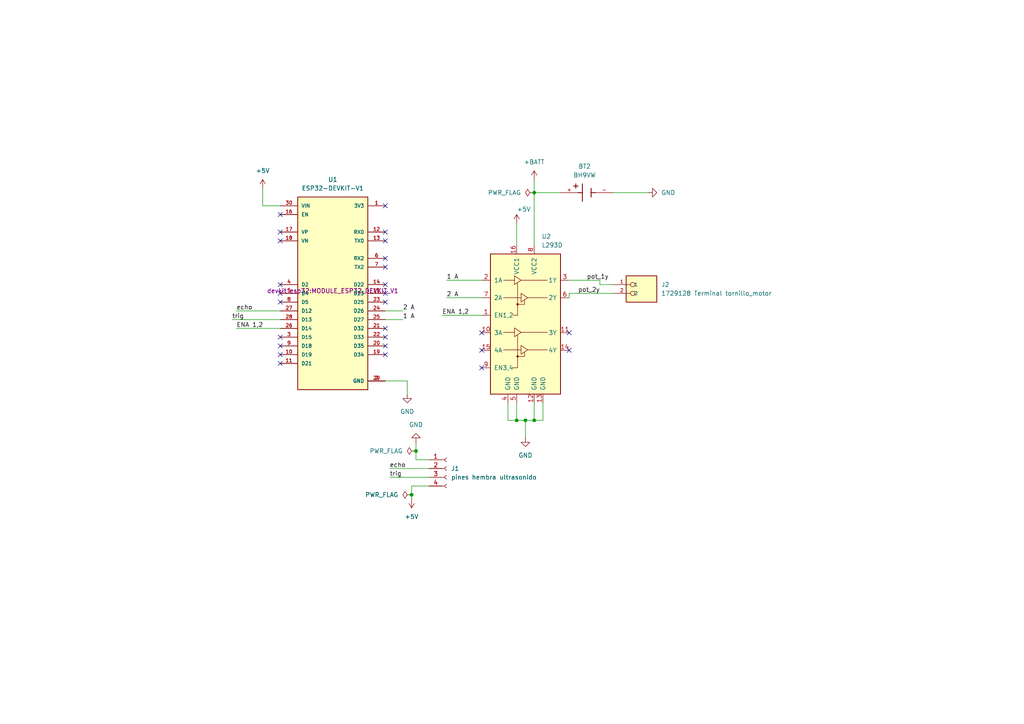
<source format=kicad_sch>
(kicad_sch
	(version 20250114)
	(generator "eeschema")
	(generator_version "9.0")
	(uuid "7971ed64-c6b3-4089-9216-16c48e7444f9")
	(paper "A4")
	(lib_symbols
		(symbol "Connector:Conn_01x04_Socket"
			(pin_names
				(offset 1.016)
				(hide yes)
			)
			(exclude_from_sim no)
			(in_bom yes)
			(on_board yes)
			(property "Reference" "J"
				(at 0 5.08 0)
				(effects
					(font
						(size 1.27 1.27)
					)
				)
			)
			(property "Value" "Conn_01x04_Socket"
				(at 0 -7.62 0)
				(effects
					(font
						(size 1.27 1.27)
					)
				)
			)
			(property "Footprint" ""
				(at 0 0 0)
				(effects
					(font
						(size 1.27 1.27)
					)
					(hide yes)
				)
			)
			(property "Datasheet" "~"
				(at 0 0 0)
				(effects
					(font
						(size 1.27 1.27)
					)
					(hide yes)
				)
			)
			(property "Description" "Generic connector, single row, 01x04, script generated"
				(at 0 0 0)
				(effects
					(font
						(size 1.27 1.27)
					)
					(hide yes)
				)
			)
			(property "ki_locked" ""
				(at 0 0 0)
				(effects
					(font
						(size 1.27 1.27)
					)
				)
			)
			(property "ki_keywords" "connector"
				(at 0 0 0)
				(effects
					(font
						(size 1.27 1.27)
					)
					(hide yes)
				)
			)
			(property "ki_fp_filters" "Connector*:*_1x??_*"
				(at 0 0 0)
				(effects
					(font
						(size 1.27 1.27)
					)
					(hide yes)
				)
			)
			(symbol "Conn_01x04_Socket_1_1"
				(polyline
					(pts
						(xy -1.27 2.54) (xy -0.508 2.54)
					)
					(stroke
						(width 0.1524)
						(type default)
					)
					(fill
						(type none)
					)
				)
				(polyline
					(pts
						(xy -1.27 0) (xy -0.508 0)
					)
					(stroke
						(width 0.1524)
						(type default)
					)
					(fill
						(type none)
					)
				)
				(polyline
					(pts
						(xy -1.27 -2.54) (xy -0.508 -2.54)
					)
					(stroke
						(width 0.1524)
						(type default)
					)
					(fill
						(type none)
					)
				)
				(polyline
					(pts
						(xy -1.27 -5.08) (xy -0.508 -5.08)
					)
					(stroke
						(width 0.1524)
						(type default)
					)
					(fill
						(type none)
					)
				)
				(arc
					(start 0 2.032)
					(mid -0.5058 2.54)
					(end 0 3.048)
					(stroke
						(width 0.1524)
						(type default)
					)
					(fill
						(type none)
					)
				)
				(arc
					(start 0 -0.508)
					(mid -0.5058 0)
					(end 0 0.508)
					(stroke
						(width 0.1524)
						(type default)
					)
					(fill
						(type none)
					)
				)
				(arc
					(start 0 -3.048)
					(mid -0.5058 -2.54)
					(end 0 -2.032)
					(stroke
						(width 0.1524)
						(type default)
					)
					(fill
						(type none)
					)
				)
				(arc
					(start 0 -5.588)
					(mid -0.5058 -5.08)
					(end 0 -4.572)
					(stroke
						(width 0.1524)
						(type default)
					)
					(fill
						(type none)
					)
				)
				(pin passive line
					(at -5.08 2.54 0)
					(length 3.81)
					(name "Pin_1"
						(effects
							(font
								(size 1.27 1.27)
							)
						)
					)
					(number "1"
						(effects
							(font
								(size 1.27 1.27)
							)
						)
					)
				)
				(pin passive line
					(at -5.08 0 0)
					(length 3.81)
					(name "Pin_2"
						(effects
							(font
								(size 1.27 1.27)
							)
						)
					)
					(number "2"
						(effects
							(font
								(size 1.27 1.27)
							)
						)
					)
				)
				(pin passive line
					(at -5.08 -2.54 0)
					(length 3.81)
					(name "Pin_3"
						(effects
							(font
								(size 1.27 1.27)
							)
						)
					)
					(number "3"
						(effects
							(font
								(size 1.27 1.27)
							)
						)
					)
				)
				(pin passive line
					(at -5.08 -5.08 0)
					(length 3.81)
					(name "Pin_4"
						(effects
							(font
								(size 1.27 1.27)
							)
						)
					)
					(number "4"
						(effects
							(font
								(size 1.27 1.27)
							)
						)
					)
				)
			)
			(embedded_fonts no)
		)
		(symbol "Driver_Motor:L293D"
			(pin_names
				(offset 1.016)
			)
			(exclude_from_sim no)
			(in_bom yes)
			(on_board yes)
			(property "Reference" "U"
				(at -5.08 26.035 0)
				(effects
					(font
						(size 1.27 1.27)
					)
					(justify right)
				)
			)
			(property "Value" "L293D"
				(at -5.08 24.13 0)
				(effects
					(font
						(size 1.27 1.27)
					)
					(justify right)
				)
			)
			(property "Footprint" "Package_DIP:DIP-16_W7.62mm"
				(at 6.35 -19.05 0)
				(effects
					(font
						(size 1.27 1.27)
					)
					(justify left)
					(hide yes)
				)
			)
			(property "Datasheet" "http://www.ti.com/lit/ds/symlink/l293.pdf"
				(at -7.62 17.78 0)
				(effects
					(font
						(size 1.27 1.27)
					)
					(hide yes)
				)
			)
			(property "Description" "Quadruple Half-H Drivers"
				(at 0 0 0)
				(effects
					(font
						(size 1.27 1.27)
					)
					(hide yes)
				)
			)
			(property "ki_keywords" "Half-H Driver Motor"
				(at 0 0 0)
				(effects
					(font
						(size 1.27 1.27)
					)
					(hide yes)
				)
			)
			(property "ki_fp_filters" "DIP*W7.62mm*"
				(at 0 0 0)
				(effects
					(font
						(size 1.27 1.27)
					)
					(hide yes)
				)
			)
			(symbol "L293D_0_1"
				(rectangle
					(start -10.16 22.86)
					(end 10.16 -17.78)
					(stroke
						(width 0.254)
						(type default)
					)
					(fill
						(type background)
					)
				)
				(polyline
					(pts
						(xy -6.35 15.24) (xy -3.175 15.24)
					)
					(stroke
						(width 0)
						(type default)
					)
					(fill
						(type none)
					)
				)
				(polyline
					(pts
						(xy -6.35 10.16) (xy -1.27 10.16)
					)
					(stroke
						(width 0)
						(type default)
					)
					(fill
						(type none)
					)
				)
				(polyline
					(pts
						(xy -6.35 0.127) (xy -3.175 0.127)
					)
					(stroke
						(width 0)
						(type default)
					)
					(fill
						(type none)
					)
				)
				(polyline
					(pts
						(xy -6.35 -4.953) (xy -1.27 -4.953)
					)
					(stroke
						(width 0)
						(type default)
					)
					(fill
						(type none)
					)
				)
				(polyline
					(pts
						(xy -3.175 16.51) (xy -3.175 13.97) (xy -1.27 15.24) (xy -3.175 16.51)
					)
					(stroke
						(width 0)
						(type default)
					)
					(fill
						(type none)
					)
				)
				(polyline
					(pts
						(xy -3.175 1.397) (xy -3.175 -1.143) (xy -1.27 0.127) (xy -3.175 1.397)
					)
					(stroke
						(width 0)
						(type default)
					)
					(fill
						(type none)
					)
				)
				(polyline
					(pts
						(xy -2.286 14.478) (xy -2.286 5.08) (xy -3.556 5.08)
					)
					(stroke
						(width 0)
						(type default)
					)
					(fill
						(type none)
					)
				)
				(circle
					(center -2.286 8.255)
					(radius 0.254)
					(stroke
						(width 0)
						(type default)
					)
					(fill
						(type outline)
					)
				)
				(polyline
					(pts
						(xy -2.286 8.255) (xy -0.254 8.255) (xy -0.254 9.525)
					)
					(stroke
						(width 0)
						(type default)
					)
					(fill
						(type none)
					)
				)
				(polyline
					(pts
						(xy -2.286 -0.635) (xy -2.286 -10.16) (xy -3.556 -10.16)
					)
					(stroke
						(width 0)
						(type default)
					)
					(fill
						(type none)
					)
				)
				(circle
					(center -2.286 -6.858)
					(radius 0.254)
					(stroke
						(width 0)
						(type default)
					)
					(fill
						(type outline)
					)
				)
				(polyline
					(pts
						(xy -2.286 -6.858) (xy -0.254 -6.858) (xy -0.254 -5.588)
					)
					(stroke
						(width 0)
						(type default)
					)
					(fill
						(type none)
					)
				)
				(polyline
					(pts
						(xy -1.27 15.24) (xy 6.35 15.24)
					)
					(stroke
						(width 0)
						(type default)
					)
					(fill
						(type none)
					)
				)
				(polyline
					(pts
						(xy -1.27 11.43) (xy -1.27 8.89) (xy 0.635 10.16) (xy -1.27 11.43)
					)
					(stroke
						(width 0)
						(type default)
					)
					(fill
						(type none)
					)
				)
				(polyline
					(pts
						(xy -1.27 0.127) (xy 6.35 0.127)
					)
					(stroke
						(width 0)
						(type default)
					)
					(fill
						(type none)
					)
				)
				(polyline
					(pts
						(xy -1.27 -3.683) (xy -1.27 -6.223) (xy 0.635 -4.953) (xy -1.27 -3.683)
					)
					(stroke
						(width 0)
						(type default)
					)
					(fill
						(type none)
					)
				)
				(polyline
					(pts
						(xy 0.635 10.16) (xy 6.35 10.16)
					)
					(stroke
						(width 0)
						(type default)
					)
					(fill
						(type none)
					)
				)
				(polyline
					(pts
						(xy 0.635 -4.953) (xy 6.35 -4.953)
					)
					(stroke
						(width 0)
						(type default)
					)
					(fill
						(type none)
					)
				)
			)
			(symbol "L293D_1_1"
				(pin input line
					(at -12.7 15.24 0)
					(length 2.54)
					(name "1A"
						(effects
							(font
								(size 1.27 1.27)
							)
						)
					)
					(number "2"
						(effects
							(font
								(size 1.27 1.27)
							)
						)
					)
				)
				(pin input line
					(at -12.7 10.16 0)
					(length 2.54)
					(name "2A"
						(effects
							(font
								(size 1.27 1.27)
							)
						)
					)
					(number "7"
						(effects
							(font
								(size 1.27 1.27)
							)
						)
					)
				)
				(pin input line
					(at -12.7 5.08 0)
					(length 2.54)
					(name "EN1,2"
						(effects
							(font
								(size 1.27 1.27)
							)
						)
					)
					(number "1"
						(effects
							(font
								(size 1.27 1.27)
							)
						)
					)
				)
				(pin input line
					(at -12.7 0 0)
					(length 2.54)
					(name "3A"
						(effects
							(font
								(size 1.27 1.27)
							)
						)
					)
					(number "10"
						(effects
							(font
								(size 1.27 1.27)
							)
						)
					)
				)
				(pin input line
					(at -12.7 -5.08 0)
					(length 2.54)
					(name "4A"
						(effects
							(font
								(size 1.27 1.27)
							)
						)
					)
					(number "15"
						(effects
							(font
								(size 1.27 1.27)
							)
						)
					)
				)
				(pin input line
					(at -12.7 -10.16 0)
					(length 2.54)
					(name "EN3,4"
						(effects
							(font
								(size 1.27 1.27)
							)
						)
					)
					(number "9"
						(effects
							(font
								(size 1.27 1.27)
							)
						)
					)
				)
				(pin power_in line
					(at -5.08 -20.32 90)
					(length 2.54)
					(name "GND"
						(effects
							(font
								(size 1.27 1.27)
							)
						)
					)
					(number "4"
						(effects
							(font
								(size 1.27 1.27)
							)
						)
					)
				)
				(pin power_in line
					(at -2.54 25.4 270)
					(length 2.54)
					(name "VCC1"
						(effects
							(font
								(size 1.27 1.27)
							)
						)
					)
					(number "16"
						(effects
							(font
								(size 1.27 1.27)
							)
						)
					)
				)
				(pin power_in line
					(at -2.54 -20.32 90)
					(length 2.54)
					(name "GND"
						(effects
							(font
								(size 1.27 1.27)
							)
						)
					)
					(number "5"
						(effects
							(font
								(size 1.27 1.27)
							)
						)
					)
				)
				(pin power_in line
					(at 2.54 25.4 270)
					(length 2.54)
					(name "VCC2"
						(effects
							(font
								(size 1.27 1.27)
							)
						)
					)
					(number "8"
						(effects
							(font
								(size 1.27 1.27)
							)
						)
					)
				)
				(pin power_in line
					(at 2.54 -20.32 90)
					(length 2.54)
					(name "GND"
						(effects
							(font
								(size 1.27 1.27)
							)
						)
					)
					(number "12"
						(effects
							(font
								(size 1.27 1.27)
							)
						)
					)
				)
				(pin power_in line
					(at 5.08 -20.32 90)
					(length 2.54)
					(name "GND"
						(effects
							(font
								(size 1.27 1.27)
							)
						)
					)
					(number "13"
						(effects
							(font
								(size 1.27 1.27)
							)
						)
					)
				)
				(pin output line
					(at 12.7 15.24 180)
					(length 2.54)
					(name "1Y"
						(effects
							(font
								(size 1.27 1.27)
							)
						)
					)
					(number "3"
						(effects
							(font
								(size 1.27 1.27)
							)
						)
					)
				)
				(pin output line
					(at 12.7 10.16 180)
					(length 2.54)
					(name "2Y"
						(effects
							(font
								(size 1.27 1.27)
							)
						)
					)
					(number "6"
						(effects
							(font
								(size 1.27 1.27)
							)
						)
					)
				)
				(pin output line
					(at 12.7 0 180)
					(length 2.54)
					(name "3Y"
						(effects
							(font
								(size 1.27 1.27)
							)
						)
					)
					(number "11"
						(effects
							(font
								(size 1.27 1.27)
							)
						)
					)
				)
				(pin output line
					(at 12.7 -5.08 180)
					(length 2.54)
					(name "4Y"
						(effects
							(font
								(size 1.27 1.27)
							)
						)
					)
					(number "14"
						(effects
							(font
								(size 1.27 1.27)
							)
						)
					)
				)
			)
			(embedded_fonts no)
		)
		(symbol "devkit_bh9v:BH9VW"
			(pin_names
				(offset 1.016)
			)
			(exclude_from_sim no)
			(in_bom yes)
			(on_board yes)
			(property "Reference" "BT"
				(at -3.81 3.81 0)
				(effects
					(font
						(size 1.27 1.27)
					)
					(justify left bottom)
				)
			)
			(property "Value" "BH9VW"
				(at -3.81 -5.08 0)
				(effects
					(font
						(size 1.27 1.27)
					)
					(justify left bottom)
				)
			)
			(property "Footprint" "BH9VW:BAT_BH9VW"
				(at 0 0 0)
				(effects
					(font
						(size 1.27 1.27)
					)
					(justify bottom)
					(hide yes)
				)
			)
			(property "Datasheet" ""
				(at 0 0 0)
				(effects
					(font
						(size 1.27 1.27)
					)
					(hide yes)
				)
			)
			(property "Description" ""
				(at 0 0 0)
				(effects
					(font
						(size 1.27 1.27)
					)
					(hide yes)
				)
			)
			(property "MF" "MPD (Memory Protection Devices)"
				(at 0 0 0)
				(effects
					(font
						(size 1.27 1.27)
					)
					(justify bottom)
					(hide yes)
				)
			)
			(property "MAXIMUM_PACKAGE_HEIGHT" "20.62mm"
				(at 0 0 0)
				(effects
					(font
						(size 1.27 1.27)
					)
					(justify bottom)
					(hide yes)
				)
			)
			(property "Package" "TSSOP-16 MPD"
				(at 0 0 0)
				(effects
					(font
						(size 1.27 1.27)
					)
					(justify bottom)
					(hide yes)
				)
			)
			(property "Price" "None"
				(at 0 0 0)
				(effects
					(font
						(size 1.27 1.27)
					)
					(justify bottom)
					(hide yes)
				)
			)
			(property "Check_prices" "https://www.snapeda.com/parts/BH9VW/MPD/view-part/?ref=eda"
				(at 0 0 0)
				(effects
					(font
						(size 1.27 1.27)
					)
					(justify bottom)
					(hide yes)
				)
			)
			(property "STANDARD" "Manufacturer Recommendations"
				(at 0 0 0)
				(effects
					(font
						(size 1.27 1.27)
					)
					(justify bottom)
					(hide yes)
				)
			)
			(property "PARTREV" "D"
				(at 0 0 0)
				(effects
					(font
						(size 1.27 1.27)
					)
					(justify bottom)
					(hide yes)
				)
			)
			(property "SnapEDA_Link" "https://www.snapeda.com/parts/BH9VW/MPD/view-part/?ref=snap"
				(at 0 0 0)
				(effects
					(font
						(size 1.27 1.27)
					)
					(justify bottom)
					(hide yes)
				)
			)
			(property "MP" "BH9VW"
				(at 0 0 0)
				(effects
					(font
						(size 1.27 1.27)
					)
					(justify bottom)
					(hide yes)
				)
			)
			(property "Description_1" "Battery Holder (Open) 9V 1 Cell Wire Leads - 6 (152.4mm)"
				(at 0 0 0)
				(effects
					(font
						(size 1.27 1.27)
					)
					(justify bottom)
					(hide yes)
				)
			)
			(property "Availability" "In Stock"
				(at 0 0 0)
				(effects
					(font
						(size 1.27 1.27)
					)
					(justify bottom)
					(hide yes)
				)
			)
			(property "MANUFACTURER" "MPD"
				(at 0 0 0)
				(effects
					(font
						(size 1.27 1.27)
					)
					(justify bottom)
					(hide yes)
				)
			)
			(symbol "BH9VW_0_0"
				(polyline
					(pts
						(xy -3.81 1.905) (xy -2.54 1.905)
					)
					(stroke
						(width 0.254)
						(type default)
					)
					(fill
						(type none)
					)
				)
				(polyline
					(pts
						(xy -3.175 2.54) (xy -3.175 1.27)
					)
					(stroke
						(width 0.254)
						(type default)
					)
					(fill
						(type none)
					)
				)
				(polyline
					(pts
						(xy -1.27 2.54) (xy -1.27 0)
					)
					(stroke
						(width 0.254)
						(type default)
					)
					(fill
						(type none)
					)
				)
				(polyline
					(pts
						(xy -1.27 0) (xy -2.54 0)
					)
					(stroke
						(width 0.254)
						(type default)
					)
					(fill
						(type none)
					)
				)
				(polyline
					(pts
						(xy -1.27 0) (xy -1.27 -2.54)
					)
					(stroke
						(width 0.254)
						(type default)
					)
					(fill
						(type none)
					)
				)
				(polyline
					(pts
						(xy 1.27 1.27) (xy 1.27 0)
					)
					(stroke
						(width 0.254)
						(type default)
					)
					(fill
						(type none)
					)
				)
				(polyline
					(pts
						(xy 1.27 0) (xy 1.27 -1.27)
					)
					(stroke
						(width 0.254)
						(type default)
					)
					(fill
						(type none)
					)
				)
				(polyline
					(pts
						(xy 1.27 0) (xy 2.54 0)
					)
					(stroke
						(width 0.254)
						(type default)
					)
					(fill
						(type none)
					)
				)
				(pin passive line
					(at -7.62 0 0)
					(length 5.08)
					(name "~"
						(effects
							(font
								(size 1.016 1.016)
							)
						)
					)
					(number "+"
						(effects
							(font
								(size 1.016 1.016)
							)
						)
					)
				)
				(pin passive line
					(at 7.62 0 180)
					(length 5.08)
					(name "~"
						(effects
							(font
								(size 1.016 1.016)
							)
						)
					)
					(number "-"
						(effects
							(font
								(size 1.016 1.016)
							)
						)
					)
				)
			)
			(embedded_fonts no)
		)
		(symbol "devkit_esp32:ESP32-DEVKIT-V1"
			(pin_names
				(offset 1.016)
			)
			(exclude_from_sim no)
			(in_bom yes)
			(on_board yes)
			(property "Reference" "U"
				(at -10.16 30.48 0)
				(effects
					(font
						(size 1.27 1.27)
					)
					(justify left top)
				)
			)
			(property "Value" "ESP32-DEVKIT-V1"
				(at -10.16 -30.48 0)
				(effects
					(font
						(size 1.27 1.27)
					)
					(justify left bottom)
				)
			)
			(property "Footprint" "ESP32-DEVKIT-V1:MODULE_ESP32_DEVKIT_V1"
				(at 0 0 0)
				(effects
					(font
						(size 1.27 1.27)
					)
					(justify bottom)
					(hide yes)
				)
			)
			(property "Datasheet" ""
				(at 0 0 0)
				(effects
					(font
						(size 1.27 1.27)
					)
					(hide yes)
				)
			)
			(property "Description" ""
				(at 0 0 0)
				(effects
					(font
						(size 1.27 1.27)
					)
					(hide yes)
				)
			)
			(property "MF" "Do it"
				(at 0 0 0)
				(effects
					(font
						(size 1.27 1.27)
					)
					(justify bottom)
					(hide yes)
				)
			)
			(property "MAXIMUM_PACKAGE_HEIGHT" "6.8 mm"
				(at 0 0 0)
				(effects
					(font
						(size 1.27 1.27)
					)
					(justify bottom)
					(hide yes)
				)
			)
			(property "Package" "None"
				(at 0 0 0)
				(effects
					(font
						(size 1.27 1.27)
					)
					(justify bottom)
					(hide yes)
				)
			)
			(property "Price" "None"
				(at 0 0 0)
				(effects
					(font
						(size 1.27 1.27)
					)
					(justify bottom)
					(hide yes)
				)
			)
			(property "Check_prices" "https://www.snapeda.com/parts/ESP32-DEVKIT-V1/Do+it/view-part/?ref=eda"
				(at 0 0 0)
				(effects
					(font
						(size 1.27 1.27)
					)
					(justify bottom)
					(hide yes)
				)
			)
			(property "STANDARD" "Manufacturer Recommendations"
				(at 0 0 0)
				(effects
					(font
						(size 1.27 1.27)
					)
					(justify bottom)
					(hide yes)
				)
			)
			(property "PARTREV" "N/A"
				(at 0 0 0)
				(effects
					(font
						(size 1.27 1.27)
					)
					(justify bottom)
					(hide yes)
				)
			)
			(property "SnapEDA_Link" "https://www.snapeda.com/parts/ESP32-DEVKIT-V1/Do+it/view-part/?ref=snap"
				(at 0 0 0)
				(effects
					(font
						(size 1.27 1.27)
					)
					(justify bottom)
					(hide yes)
				)
			)
			(property "MP" "ESP32-DEVKIT-V1"
				(at 0 0 0)
				(effects
					(font
						(size 1.27 1.27)
					)
					(justify bottom)
					(hide yes)
				)
			)
			(property "Description_1" "Dual core, Wi-Fi: 2.4 GHz up to 150 Mbits/s,BLE (Bluetooth Low Energy) and legacy Bluetooth, 32 bits, Up to 240 MHz"
				(at 0 0 0)
				(effects
					(font
						(size 1.27 1.27)
					)
					(justify bottom)
					(hide yes)
				)
			)
			(property "Availability" "Not in stock"
				(at 0 0 0)
				(effects
					(font
						(size 1.27 1.27)
					)
					(justify bottom)
					(hide yes)
				)
			)
			(property "MANUFACTURER" "DOIT"
				(at 0 0 0)
				(effects
					(font
						(size 1.27 1.27)
					)
					(justify bottom)
					(hide yes)
				)
			)
			(symbol "ESP32-DEVKIT-V1_0_0"
				(rectangle
					(start -10.16 -27.94)
					(end 10.16 27.94)
					(stroke
						(width 0.254)
						(type default)
					)
					(fill
						(type background)
					)
				)
				(pin input line
					(at -15.24 25.4 0)
					(length 5.08)
					(name "VIN"
						(effects
							(font
								(size 1.016 1.016)
							)
						)
					)
					(number "30"
						(effects
							(font
								(size 1.016 1.016)
							)
						)
					)
				)
				(pin input line
					(at -15.24 22.86 0)
					(length 5.08)
					(name "EN"
						(effects
							(font
								(size 1.016 1.016)
							)
						)
					)
					(number "16"
						(effects
							(font
								(size 1.016 1.016)
							)
						)
					)
				)
				(pin bidirectional line
					(at -15.24 17.78 0)
					(length 5.08)
					(name "VP"
						(effects
							(font
								(size 1.016 1.016)
							)
						)
					)
					(number "17"
						(effects
							(font
								(size 1.016 1.016)
							)
						)
					)
				)
				(pin bidirectional line
					(at -15.24 15.24 0)
					(length 5.08)
					(name "VN"
						(effects
							(font
								(size 1.016 1.016)
							)
						)
					)
					(number "18"
						(effects
							(font
								(size 1.016 1.016)
							)
						)
					)
				)
				(pin bidirectional line
					(at -15.24 2.54 0)
					(length 5.08)
					(name "D2"
						(effects
							(font
								(size 1.016 1.016)
							)
						)
					)
					(number "4"
						(effects
							(font
								(size 1.016 1.016)
							)
						)
					)
				)
				(pin bidirectional line
					(at -15.24 0 0)
					(length 5.08)
					(name "D4"
						(effects
							(font
								(size 1.016 1.016)
							)
						)
					)
					(number "5"
						(effects
							(font
								(size 1.016 1.016)
							)
						)
					)
				)
				(pin bidirectional line
					(at -15.24 -2.54 0)
					(length 5.08)
					(name "D5"
						(effects
							(font
								(size 1.016 1.016)
							)
						)
					)
					(number "8"
						(effects
							(font
								(size 1.016 1.016)
							)
						)
					)
				)
				(pin bidirectional line
					(at -15.24 -5.08 0)
					(length 5.08)
					(name "D12"
						(effects
							(font
								(size 1.016 1.016)
							)
						)
					)
					(number "27"
						(effects
							(font
								(size 1.016 1.016)
							)
						)
					)
				)
				(pin bidirectional line
					(at -15.24 -7.62 0)
					(length 5.08)
					(name "D13"
						(effects
							(font
								(size 1.016 1.016)
							)
						)
					)
					(number "28"
						(effects
							(font
								(size 1.016 1.016)
							)
						)
					)
				)
				(pin bidirectional line
					(at -15.24 -10.16 0)
					(length 5.08)
					(name "D14"
						(effects
							(font
								(size 1.016 1.016)
							)
						)
					)
					(number "26"
						(effects
							(font
								(size 1.016 1.016)
							)
						)
					)
				)
				(pin bidirectional line
					(at -15.24 -12.7 0)
					(length 5.08)
					(name "D15"
						(effects
							(font
								(size 1.016 1.016)
							)
						)
					)
					(number "3"
						(effects
							(font
								(size 1.016 1.016)
							)
						)
					)
				)
				(pin bidirectional line
					(at -15.24 -15.24 0)
					(length 5.08)
					(name "D18"
						(effects
							(font
								(size 1.016 1.016)
							)
						)
					)
					(number "9"
						(effects
							(font
								(size 1.016 1.016)
							)
						)
					)
				)
				(pin bidirectional line
					(at -15.24 -17.78 0)
					(length 5.08)
					(name "D19"
						(effects
							(font
								(size 1.016 1.016)
							)
						)
					)
					(number "10"
						(effects
							(font
								(size 1.016 1.016)
							)
						)
					)
				)
				(pin bidirectional line
					(at -15.24 -20.32 0)
					(length 5.08)
					(name "D21"
						(effects
							(font
								(size 1.016 1.016)
							)
						)
					)
					(number "11"
						(effects
							(font
								(size 1.016 1.016)
							)
						)
					)
				)
				(pin output line
					(at 15.24 25.4 180)
					(length 5.08)
					(name "3V3"
						(effects
							(font
								(size 1.016 1.016)
							)
						)
					)
					(number "1"
						(effects
							(font
								(size 1.016 1.016)
							)
						)
					)
				)
				(pin input line
					(at 15.24 17.78 180)
					(length 5.08)
					(name "RX0"
						(effects
							(font
								(size 1.016 1.016)
							)
						)
					)
					(number "12"
						(effects
							(font
								(size 1.016 1.016)
							)
						)
					)
				)
				(pin output line
					(at 15.24 15.24 180)
					(length 5.08)
					(name "TX0"
						(effects
							(font
								(size 1.016 1.016)
							)
						)
					)
					(number "13"
						(effects
							(font
								(size 1.016 1.016)
							)
						)
					)
				)
				(pin input line
					(at 15.24 10.16 180)
					(length 5.08)
					(name "RX2"
						(effects
							(font
								(size 1.016 1.016)
							)
						)
					)
					(number "6"
						(effects
							(font
								(size 1.016 1.016)
							)
						)
					)
				)
				(pin output line
					(at 15.24 7.62 180)
					(length 5.08)
					(name "TX2"
						(effects
							(font
								(size 1.016 1.016)
							)
						)
					)
					(number "7"
						(effects
							(font
								(size 1.016 1.016)
							)
						)
					)
				)
				(pin bidirectional line
					(at 15.24 2.54 180)
					(length 5.08)
					(name "D22"
						(effects
							(font
								(size 1.016 1.016)
							)
						)
					)
					(number "14"
						(effects
							(font
								(size 1.016 1.016)
							)
						)
					)
				)
				(pin bidirectional line
					(at 15.24 0 180)
					(length 5.08)
					(name "D23"
						(effects
							(font
								(size 1.016 1.016)
							)
						)
					)
					(number "15"
						(effects
							(font
								(size 1.016 1.016)
							)
						)
					)
				)
				(pin bidirectional line
					(at 15.24 -2.54 180)
					(length 5.08)
					(name "D25"
						(effects
							(font
								(size 1.016 1.016)
							)
						)
					)
					(number "23"
						(effects
							(font
								(size 1.016 1.016)
							)
						)
					)
				)
				(pin bidirectional line
					(at 15.24 -5.08 180)
					(length 5.08)
					(name "D26"
						(effects
							(font
								(size 1.016 1.016)
							)
						)
					)
					(number "24"
						(effects
							(font
								(size 1.016 1.016)
							)
						)
					)
				)
				(pin bidirectional line
					(at 15.24 -7.62 180)
					(length 5.08)
					(name "D27"
						(effects
							(font
								(size 1.016 1.016)
							)
						)
					)
					(number "25"
						(effects
							(font
								(size 1.016 1.016)
							)
						)
					)
				)
				(pin bidirectional line
					(at 15.24 -10.16 180)
					(length 5.08)
					(name "D32"
						(effects
							(font
								(size 1.016 1.016)
							)
						)
					)
					(number "21"
						(effects
							(font
								(size 1.016 1.016)
							)
						)
					)
				)
				(pin bidirectional line
					(at 15.24 -12.7 180)
					(length 5.08)
					(name "D33"
						(effects
							(font
								(size 1.016 1.016)
							)
						)
					)
					(number "22"
						(effects
							(font
								(size 1.016 1.016)
							)
						)
					)
				)
				(pin bidirectional line
					(at 15.24 -15.24 180)
					(length 5.08)
					(name "D35"
						(effects
							(font
								(size 1.016 1.016)
							)
						)
					)
					(number "20"
						(effects
							(font
								(size 1.016 1.016)
							)
						)
					)
				)
				(pin bidirectional line
					(at 15.24 -17.78 180)
					(length 5.08)
					(name "D34"
						(effects
							(font
								(size 1.016 1.016)
							)
						)
					)
					(number "19"
						(effects
							(font
								(size 1.016 1.016)
							)
						)
					)
				)
				(pin power_in line
					(at 15.24 -25.4 180)
					(length 5.08)
					(name "GND"
						(effects
							(font
								(size 1.016 1.016)
							)
						)
					)
					(number "2"
						(effects
							(font
								(size 1.016 1.016)
							)
						)
					)
				)
				(pin power_in line
					(at 15.24 -25.4 180)
					(length 5.08)
					(name "GND"
						(effects
							(font
								(size 1.016 1.016)
							)
						)
					)
					(number "29"
						(effects
							(font
								(size 1.016 1.016)
							)
						)
					)
				)
			)
			(embedded_fonts no)
		)
		(symbol "devkit_st5,08:1729128"
			(pin_names
				(offset 1.016)
			)
			(exclude_from_sim no)
			(in_bom yes)
			(on_board yes)
			(property "Reference" "J"
				(at -2.54 3.302 0)
				(effects
					(font
						(size 1.27 1.27)
					)
					(justify left bottom)
				)
			)
			(property "Value" "1729128"
				(at -2.54 -7.62 0)
				(effects
					(font
						(size 1.27 1.27)
					)
					(justify left bottom)
				)
			)
			(property "Footprint" "1729128:PHOENIX_1729128"
				(at 0 0 0)
				(effects
					(font
						(size 1.27 1.27)
					)
					(justify bottom)
					(hide yes)
				)
			)
			(property "Datasheet" ""
				(at 0 0 0)
				(effects
					(font
						(size 1.27 1.27)
					)
					(hide yes)
				)
			)
			(property "Description" ""
				(at 0 0 0)
				(effects
					(font
						(size 1.27 1.27)
					)
					(hide yes)
				)
			)
			(property "MF" "Phoenix Contact"
				(at 0 0 0)
				(effects
					(font
						(size 1.27 1.27)
					)
					(justify bottom)
					(hide yes)
				)
			)
			(property "MAXIMUM_PACKAGE_HEIGHT" "10.15mm"
				(at 0 0 0)
				(effects
					(font
						(size 1.27 1.27)
					)
					(justify bottom)
					(hide yes)
				)
			)
			(property "Package" "None"
				(at 0 0 0)
				(effects
					(font
						(size 1.27 1.27)
					)
					(justify bottom)
					(hide yes)
				)
			)
			(property "Price" "None"
				(at 0 0 0)
				(effects
					(font
						(size 1.27 1.27)
					)
					(justify bottom)
					(hide yes)
				)
			)
			(property "Check_prices" "https://www.snapeda.com/parts/1729128/Phoenix+Contact/view-part/?ref=eda"
				(at 0 0 0)
				(effects
					(font
						(size 1.27 1.27)
					)
					(justify bottom)
					(hide yes)
				)
			)
			(property "STANDARD" "Manufacturer Recommendations"
				(at 0 0 0)
				(effects
					(font
						(size 1.27 1.27)
					)
					(justify bottom)
					(hide yes)
				)
			)
			(property "PARTREV" "28.07.2023"
				(at 0 0 0)
				(effects
					(font
						(size 1.27 1.27)
					)
					(justify bottom)
					(hide yes)
				)
			)
			(property "SnapEDA_Link" "https://www.snapeda.com/parts/1729128/Phoenix+Contact/view-part/?ref=snap"
				(at 0 0 0)
				(effects
					(font
						(size 1.27 1.27)
					)
					(justify bottom)
					(hide yes)
				)
			)
			(property "MP" "1729128"
				(at 0 0 0)
				(effects
					(font
						(size 1.27 1.27)
					)
					(justify bottom)
					(hide yes)
				)
			)
			(property "Description_1" "PCB Terminal Screw 5.08mm 16AWG 400V 13.5A 2 Position COMBICON MKDSN Series | Phoenix Contact 1729128"
				(at 0 0 0)
				(effects
					(font
						(size 1.27 1.27)
					)
					(justify bottom)
					(hide yes)
				)
			)
			(property "Availability" "In Stock"
				(at 0 0 0)
				(effects
					(font
						(size 1.27 1.27)
					)
					(justify bottom)
					(hide yes)
				)
			)
			(property "MANUFACTURER" "Phoenix Contact"
				(at 0 0 0)
				(effects
					(font
						(size 1.27 1.27)
					)
					(justify bottom)
					(hide yes)
				)
			)
			(symbol "1729128_0_0"
				(rectangle
					(start -3.81 -5.08)
					(end 5.08 2.54)
					(stroke
						(width 0.254)
						(type default)
					)
					(fill
						(type background)
					)
				)
				(circle
					(center -1.905 0)
					(radius 0.635)
					(stroke
						(width 0.1524)
						(type default)
					)
					(fill
						(type none)
					)
				)
				(circle
					(center -1.905 -2.54)
					(radius 0.635)
					(stroke
						(width 0.1524)
						(type default)
					)
					(fill
						(type none)
					)
				)
				(pin passive line
					(at -7.62 0 0)
					(length 5.08)
					(name "1"
						(effects
							(font
								(size 1.016 1.016)
							)
						)
					)
					(number "1"
						(effects
							(font
								(size 1.016 1.016)
							)
						)
					)
				)
				(pin passive line
					(at -7.62 -2.54 0)
					(length 5.08)
					(name "2"
						(effects
							(font
								(size 1.016 1.016)
							)
						)
					)
					(number "2"
						(effects
							(font
								(size 1.016 1.016)
							)
						)
					)
				)
			)
			(embedded_fonts no)
		)
		(symbol "power:+5V"
			(power)
			(pin_numbers
				(hide yes)
			)
			(pin_names
				(offset 0)
				(hide yes)
			)
			(exclude_from_sim no)
			(in_bom yes)
			(on_board yes)
			(property "Reference" "#PWR"
				(at 0 -3.81 0)
				(effects
					(font
						(size 1.27 1.27)
					)
					(hide yes)
				)
			)
			(property "Value" "+5V"
				(at 0 3.556 0)
				(effects
					(font
						(size 1.27 1.27)
					)
				)
			)
			(property "Footprint" ""
				(at 0 0 0)
				(effects
					(font
						(size 1.27 1.27)
					)
					(hide yes)
				)
			)
			(property "Datasheet" ""
				(at 0 0 0)
				(effects
					(font
						(size 1.27 1.27)
					)
					(hide yes)
				)
			)
			(property "Description" "Power symbol creates a global label with name \"+5V\""
				(at 0 0 0)
				(effects
					(font
						(size 1.27 1.27)
					)
					(hide yes)
				)
			)
			(property "ki_keywords" "global power"
				(at 0 0 0)
				(effects
					(font
						(size 1.27 1.27)
					)
					(hide yes)
				)
			)
			(symbol "+5V_0_1"
				(polyline
					(pts
						(xy -0.762 1.27) (xy 0 2.54)
					)
					(stroke
						(width 0)
						(type default)
					)
					(fill
						(type none)
					)
				)
				(polyline
					(pts
						(xy 0 2.54) (xy 0.762 1.27)
					)
					(stroke
						(width 0)
						(type default)
					)
					(fill
						(type none)
					)
				)
				(polyline
					(pts
						(xy 0 0) (xy 0 2.54)
					)
					(stroke
						(width 0)
						(type default)
					)
					(fill
						(type none)
					)
				)
			)
			(symbol "+5V_1_1"
				(pin power_in line
					(at 0 0 90)
					(length 0)
					(name "~"
						(effects
							(font
								(size 1.27 1.27)
							)
						)
					)
					(number "1"
						(effects
							(font
								(size 1.27 1.27)
							)
						)
					)
				)
			)
			(embedded_fonts no)
		)
		(symbol "power:+BATT"
			(power)
			(pin_numbers
				(hide yes)
			)
			(pin_names
				(offset 0)
				(hide yes)
			)
			(exclude_from_sim no)
			(in_bom yes)
			(on_board yes)
			(property "Reference" "#PWR"
				(at 0 -3.81 0)
				(effects
					(font
						(size 1.27 1.27)
					)
					(hide yes)
				)
			)
			(property "Value" "+BATT"
				(at 0 3.556 0)
				(effects
					(font
						(size 1.27 1.27)
					)
				)
			)
			(property "Footprint" ""
				(at 0 0 0)
				(effects
					(font
						(size 1.27 1.27)
					)
					(hide yes)
				)
			)
			(property "Datasheet" ""
				(at 0 0 0)
				(effects
					(font
						(size 1.27 1.27)
					)
					(hide yes)
				)
			)
			(property "Description" "Power symbol creates a global label with name \"+BATT\""
				(at 0 0 0)
				(effects
					(font
						(size 1.27 1.27)
					)
					(hide yes)
				)
			)
			(property "ki_keywords" "global power battery"
				(at 0 0 0)
				(effects
					(font
						(size 1.27 1.27)
					)
					(hide yes)
				)
			)
			(symbol "+BATT_0_1"
				(polyline
					(pts
						(xy -0.762 1.27) (xy 0 2.54)
					)
					(stroke
						(width 0)
						(type default)
					)
					(fill
						(type none)
					)
				)
				(polyline
					(pts
						(xy 0 2.54) (xy 0.762 1.27)
					)
					(stroke
						(width 0)
						(type default)
					)
					(fill
						(type none)
					)
				)
				(polyline
					(pts
						(xy 0 0) (xy 0 2.54)
					)
					(stroke
						(width 0)
						(type default)
					)
					(fill
						(type none)
					)
				)
			)
			(symbol "+BATT_1_1"
				(pin power_in line
					(at 0 0 90)
					(length 0)
					(name "~"
						(effects
							(font
								(size 1.27 1.27)
							)
						)
					)
					(number "1"
						(effects
							(font
								(size 1.27 1.27)
							)
						)
					)
				)
			)
			(embedded_fonts no)
		)
		(symbol "power:GND"
			(power)
			(pin_numbers
				(hide yes)
			)
			(pin_names
				(offset 0)
				(hide yes)
			)
			(exclude_from_sim no)
			(in_bom yes)
			(on_board yes)
			(property "Reference" "#PWR"
				(at 0 -6.35 0)
				(effects
					(font
						(size 1.27 1.27)
					)
					(hide yes)
				)
			)
			(property "Value" "GND"
				(at 0 -3.81 0)
				(effects
					(font
						(size 1.27 1.27)
					)
				)
			)
			(property "Footprint" ""
				(at 0 0 0)
				(effects
					(font
						(size 1.27 1.27)
					)
					(hide yes)
				)
			)
			(property "Datasheet" ""
				(at 0 0 0)
				(effects
					(font
						(size 1.27 1.27)
					)
					(hide yes)
				)
			)
			(property "Description" "Power symbol creates a global label with name \"GND\" , ground"
				(at 0 0 0)
				(effects
					(font
						(size 1.27 1.27)
					)
					(hide yes)
				)
			)
			(property "ki_keywords" "global power"
				(at 0 0 0)
				(effects
					(font
						(size 1.27 1.27)
					)
					(hide yes)
				)
			)
			(symbol "GND_0_1"
				(polyline
					(pts
						(xy 0 0) (xy 0 -1.27) (xy 1.27 -1.27) (xy 0 -2.54) (xy -1.27 -1.27) (xy 0 -1.27)
					)
					(stroke
						(width 0)
						(type default)
					)
					(fill
						(type none)
					)
				)
			)
			(symbol "GND_1_1"
				(pin power_in line
					(at 0 0 270)
					(length 0)
					(name "~"
						(effects
							(font
								(size 1.27 1.27)
							)
						)
					)
					(number "1"
						(effects
							(font
								(size 1.27 1.27)
							)
						)
					)
				)
			)
			(embedded_fonts no)
		)
		(symbol "power:PWR_FLAG"
			(power)
			(pin_numbers
				(hide yes)
			)
			(pin_names
				(offset 0)
				(hide yes)
			)
			(exclude_from_sim no)
			(in_bom yes)
			(on_board yes)
			(property "Reference" "#FLG"
				(at 0 1.905 0)
				(effects
					(font
						(size 1.27 1.27)
					)
					(hide yes)
				)
			)
			(property "Value" "PWR_FLAG"
				(at 0 3.81 0)
				(effects
					(font
						(size 1.27 1.27)
					)
				)
			)
			(property "Footprint" ""
				(at 0 0 0)
				(effects
					(font
						(size 1.27 1.27)
					)
					(hide yes)
				)
			)
			(property "Datasheet" "~"
				(at 0 0 0)
				(effects
					(font
						(size 1.27 1.27)
					)
					(hide yes)
				)
			)
			(property "Description" "Special symbol for telling ERC where power comes from"
				(at 0 0 0)
				(effects
					(font
						(size 1.27 1.27)
					)
					(hide yes)
				)
			)
			(property "ki_keywords" "flag power"
				(at 0 0 0)
				(effects
					(font
						(size 1.27 1.27)
					)
					(hide yes)
				)
			)
			(symbol "PWR_FLAG_0_0"
				(pin power_out line
					(at 0 0 90)
					(length 0)
					(name "~"
						(effects
							(font
								(size 1.27 1.27)
							)
						)
					)
					(number "1"
						(effects
							(font
								(size 1.27 1.27)
							)
						)
					)
				)
			)
			(symbol "PWR_FLAG_0_1"
				(polyline
					(pts
						(xy 0 0) (xy 0 1.27) (xy -1.016 1.905) (xy 0 2.54) (xy 1.016 1.905) (xy 0 1.27)
					)
					(stroke
						(width 0)
						(type default)
					)
					(fill
						(type none)
					)
				)
			)
			(embedded_fonts no)
		)
	)
	(junction
		(at 119.38 143.51)
		(diameter 0)
		(color 0 0 0 0)
		(uuid "26e24149-c3c5-47e1-8718-7a201d693dd4")
	)
	(junction
		(at 154.94 55.88)
		(diameter 0)
		(color 0 0 0 0)
		(uuid "4f9df710-9037-403d-8391-6803e9bba724")
	)
	(junction
		(at 152.4 121.92)
		(diameter 0)
		(color 0 0 0 0)
		(uuid "58bce8c6-097f-47bf-945b-a6bfad605044")
	)
	(junction
		(at 120.65 130.81)
		(diameter 0)
		(color 0 0 0 0)
		(uuid "7303139c-f476-48e6-906f-b4181c5b7968")
	)
	(junction
		(at 154.94 121.92)
		(diameter 0)
		(color 0 0 0 0)
		(uuid "962a3d9e-11d9-42b0-b762-40b8cfd14878")
	)
	(junction
		(at 149.86 121.92)
		(diameter 0)
		(color 0 0 0 0)
		(uuid "f5623caa-3b4d-43a9-9b90-fe14bb8c1d66")
	)
	(no_connect
		(at 111.76 97.79)
		(uuid "1a72b67b-4789-40e4-b560-0cf360b0ef99")
	)
	(no_connect
		(at 111.76 87.63)
		(uuid "1e6f9c19-8a29-407e-8fc0-e097a3dc800d")
	)
	(no_connect
		(at 111.76 82.55)
		(uuid "274a6be3-6d6b-4d43-9955-4301ad154ac8")
	)
	(no_connect
		(at 81.28 87.63)
		(uuid "27e4d0f7-58df-49bc-b6fc-1ff884143bb8")
	)
	(no_connect
		(at 81.28 100.33)
		(uuid "33eb03fd-2c99-4472-8f3c-81533c57b41f")
	)
	(no_connect
		(at 111.76 69.85)
		(uuid "363c4524-3bdc-4f95-ab54-beb5325a2f20")
	)
	(no_connect
		(at 111.76 100.33)
		(uuid "3944ce14-abf6-469e-8b9d-4a5d2994c4a4")
	)
	(no_connect
		(at 139.7 96.52)
		(uuid "398f9eae-b782-4c70-be9c-dc09bfef5482")
	)
	(no_connect
		(at 165.1 96.52)
		(uuid "3b225735-0f98-408d-b76d-cee428c13761")
	)
	(no_connect
		(at 81.28 102.87)
		(uuid "3efb390c-3da2-4bbc-8645-ef4bb3b64bd4")
	)
	(no_connect
		(at 139.7 106.68)
		(uuid "429be33c-c31f-4ef2-8890-959d9d6f47ef")
	)
	(no_connect
		(at 139.7 101.6)
		(uuid "4664f04a-6139-4ba9-836f-9542a9c12b33")
	)
	(no_connect
		(at 111.76 85.09)
		(uuid "6403f8cd-6a3a-454b-8f14-94639c2162d9")
	)
	(no_connect
		(at 81.28 105.41)
		(uuid "64bead0e-faa0-4064-a838-1139713cc115")
	)
	(no_connect
		(at 111.76 74.93)
		(uuid "662e0526-7a3e-4659-ae25-e1d4b63a25ff")
	)
	(no_connect
		(at 111.76 77.47)
		(uuid "6827080b-3168-4479-9dcc-665b0251cb60")
	)
	(no_connect
		(at 111.76 102.87)
		(uuid "7462d01c-292f-4427-b971-1d24056b800f")
	)
	(no_connect
		(at 81.28 69.85)
		(uuid "8ef460d0-ecc3-4188-9ada-3cd9ba24f897")
	)
	(no_connect
		(at 81.28 85.09)
		(uuid "95997d28-67ca-4be2-a472-85d8531ee702")
	)
	(no_connect
		(at 81.28 97.79)
		(uuid "ad2dcfc8-dd01-4de5-b912-7a55dd06c59d")
	)
	(no_connect
		(at 81.28 62.23)
		(uuid "b8b89dc2-1005-4503-a4bb-372515e326ed")
	)
	(no_connect
		(at 111.76 67.31)
		(uuid "c087b78a-a40a-4c6c-8be8-7e4240a33005")
	)
	(no_connect
		(at 81.28 67.31)
		(uuid "d7e14354-c6ef-41cc-a0a6-e1bafb87a6c0")
	)
	(no_connect
		(at 165.1 101.6)
		(uuid "dd3347fa-d68c-4725-9313-02e7da7272c8")
	)
	(no_connect
		(at 111.76 59.69)
		(uuid "e0729a27-48ca-4651-84f5-95f6ba3a120e")
	)
	(no_connect
		(at 81.28 82.55)
		(uuid "f214568c-a2ce-4ba4-a3ba-30000205074c")
	)
	(no_connect
		(at 111.76 95.25)
		(uuid "f9a8ee9c-fa7f-401c-972f-2e9716b41ac9")
	)
	(wire
		(pts
			(xy 119.38 140.97) (xy 119.38 143.51)
		)
		(stroke
			(width 0)
			(type default)
		)
		(uuid "004f476e-3a1b-4542-b126-da7d62d57c55")
	)
	(wire
		(pts
			(xy 113.03 138.43) (xy 124.46 138.43)
		)
		(stroke
			(width 0)
			(type default)
		)
		(uuid "029af1ea-9a4f-411e-8629-b08f704ccc96")
	)
	(wire
		(pts
			(xy 129.54 81.28) (xy 139.7 81.28)
		)
		(stroke
			(width 0)
			(type default)
		)
		(uuid "06419bdd-3d13-4579-9a10-985154c7406f")
	)
	(wire
		(pts
			(xy 173.99 82.55) (xy 177.8 82.55)
		)
		(stroke
			(width 0)
			(type default)
		)
		(uuid "0809754d-26d5-4e74-ab72-9ee7fdf4f6c9")
	)
	(wire
		(pts
			(xy 157.48 116.84) (xy 157.48 121.92)
		)
		(stroke
			(width 0)
			(type default)
		)
		(uuid "0b6438b8-7828-4a8c-85d9-1d444b1e1de1")
	)
	(wire
		(pts
			(xy 119.38 143.51) (xy 119.38 144.78)
		)
		(stroke
			(width 0)
			(type default)
		)
		(uuid "150ecb6e-eae1-4be6-a9af-6679314eac74")
	)
	(wire
		(pts
			(xy 113.03 135.89) (xy 124.46 135.89)
		)
		(stroke
			(width 0)
			(type default)
		)
		(uuid "151fd64c-6a0e-47e9-a74b-690062e69e62")
	)
	(wire
		(pts
			(xy 119.38 140.97) (xy 124.46 140.97)
		)
		(stroke
			(width 0)
			(type default)
		)
		(uuid "216ea87c-2340-4973-8107-add2b1f092cf")
	)
	(wire
		(pts
			(xy 118.11 110.49) (xy 118.11 114.3)
		)
		(stroke
			(width 0)
			(type default)
		)
		(uuid "2345dbd1-7b79-4768-b34f-2f332443b43f")
	)
	(wire
		(pts
			(xy 157.48 121.92) (xy 154.94 121.92)
		)
		(stroke
			(width 0)
			(type default)
		)
		(uuid "259231a7-3503-4eb3-a947-0b8b2c46cebe")
	)
	(wire
		(pts
			(xy 67.31 92.71) (xy 81.28 92.71)
		)
		(stroke
			(width 0)
			(type default)
		)
		(uuid "26c291e4-4af1-4dba-8d73-a2729ae8a0bc")
	)
	(wire
		(pts
			(xy 149.86 64.77) (xy 149.86 71.12)
		)
		(stroke
			(width 0)
			(type default)
		)
		(uuid "2c6bc8ea-1773-4ee7-a43f-fc1cac73c488")
	)
	(wire
		(pts
			(xy 76.2 54.61) (xy 76.2 59.69)
		)
		(stroke
			(width 0)
			(type default)
		)
		(uuid "31b76466-4cb2-4225-ae88-f337eb7ffd28")
	)
	(wire
		(pts
			(xy 68.58 95.25) (xy 81.28 95.25)
		)
		(stroke
			(width 0)
			(type default)
		)
		(uuid "36a8de8d-afae-4b4a-b175-5abfefe9295d")
	)
	(wire
		(pts
			(xy 120.65 133.35) (xy 124.46 133.35)
		)
		(stroke
			(width 0)
			(type default)
		)
		(uuid "39fee9ff-e856-4b70-91d8-47b5f0f44342")
	)
	(wire
		(pts
			(xy 147.32 116.84) (xy 147.32 121.92)
		)
		(stroke
			(width 0)
			(type default)
		)
		(uuid "3b6ff815-d938-4924-8405-b1b9504ed5ca")
	)
	(wire
		(pts
			(xy 173.99 82.55) (xy 173.99 81.28)
		)
		(stroke
			(width 0)
			(type default)
		)
		(uuid "5c2fa268-f733-482f-ad59-563ddb08241a")
	)
	(wire
		(pts
			(xy 111.76 110.49) (xy 118.11 110.49)
		)
		(stroke
			(width 0)
			(type default)
		)
		(uuid "5d78ee3a-98be-4438-927c-5e633873c1c7")
	)
	(wire
		(pts
			(xy 149.86 121.92) (xy 152.4 121.92)
		)
		(stroke
			(width 0)
			(type default)
		)
		(uuid "6a521445-807d-47df-8c18-39ae19229e2e")
	)
	(wire
		(pts
			(xy 173.99 81.28) (xy 165.1 81.28)
		)
		(stroke
			(width 0)
			(type default)
		)
		(uuid "6b114efa-3df3-407a-96c7-0944269e99d8")
	)
	(wire
		(pts
			(xy 147.32 121.92) (xy 149.86 121.92)
		)
		(stroke
			(width 0)
			(type default)
		)
		(uuid "79f23449-784a-4b4a-9b4c-fe714a71497e")
	)
	(wire
		(pts
			(xy 152.4 121.92) (xy 152.4 127)
		)
		(stroke
			(width 0)
			(type default)
		)
		(uuid "7f02540b-6a91-4851-b251-6a57617930fd")
	)
	(wire
		(pts
			(xy 128.27 91.44) (xy 139.7 91.44)
		)
		(stroke
			(width 0)
			(type default)
		)
		(uuid "85850a4b-18ab-40a3-9c13-7e57ce2b04d2")
	)
	(wire
		(pts
			(xy 154.94 55.88) (xy 162.56 55.88)
		)
		(stroke
			(width 0)
			(type default)
		)
		(uuid "9670fe98-adee-40c3-a1a9-ae317a9350a5")
	)
	(wire
		(pts
			(xy 129.54 86.36) (xy 139.7 86.36)
		)
		(stroke
			(width 0)
			(type default)
		)
		(uuid "9e46c4a7-1d7f-4c13-8ba3-8299ad5101a8")
	)
	(wire
		(pts
			(xy 154.94 121.92) (xy 152.4 121.92)
		)
		(stroke
			(width 0)
			(type default)
		)
		(uuid "b28c503b-6922-4646-8fe6-ba19b238fb04")
	)
	(wire
		(pts
			(xy 177.8 85.09) (xy 165.1 85.09)
		)
		(stroke
			(width 0)
			(type default)
		)
		(uuid "bb690f23-b137-4826-ac8c-d5f6de2fa8d5")
	)
	(wire
		(pts
			(xy 120.65 128.27) (xy 120.65 130.81)
		)
		(stroke
			(width 0)
			(type default)
		)
		(uuid "c7bf3936-542f-4724-8a97-9d2e0f7f8b49")
	)
	(wire
		(pts
			(xy 76.2 59.69) (xy 81.28 59.69)
		)
		(stroke
			(width 0)
			(type default)
		)
		(uuid "cd75618d-706a-439e-aa30-6b0387e3bab8")
	)
	(wire
		(pts
			(xy 111.76 90.17) (xy 116.84 90.17)
		)
		(stroke
			(width 0)
			(type default)
		)
		(uuid "d488a14b-0dd5-46b2-b512-5f8081c9eaa6")
	)
	(wire
		(pts
			(xy 165.1 85.09) (xy 165.1 86.36)
		)
		(stroke
			(width 0)
			(type default)
		)
		(uuid "da903e76-a437-462f-be63-664179e6afd3")
	)
	(wire
		(pts
			(xy 120.65 130.81) (xy 120.65 133.35)
		)
		(stroke
			(width 0)
			(type default)
		)
		(uuid "deaa181d-4ba3-4caf-b7e1-9481eec17621")
	)
	(wire
		(pts
			(xy 68.58 90.17) (xy 81.28 90.17)
		)
		(stroke
			(width 0)
			(type default)
		)
		(uuid "e54c60f8-ebfd-4c7d-a4cd-9cfd34c76b82")
	)
	(wire
		(pts
			(xy 149.86 116.84) (xy 149.86 121.92)
		)
		(stroke
			(width 0)
			(type default)
		)
		(uuid "e8e8353e-6c8d-40ac-9c11-49e4dac0f3bd")
	)
	(wire
		(pts
			(xy 154.94 55.88) (xy 154.94 71.12)
		)
		(stroke
			(width 0)
			(type default)
		)
		(uuid "ea2154b9-1e78-4fac-9624-91ce6c2a7e48")
	)
	(wire
		(pts
			(xy 154.94 52.07) (xy 154.94 55.88)
		)
		(stroke
			(width 0)
			(type default)
		)
		(uuid "ee9b3a17-640e-423b-a2ba-2b6dce2cfbca")
	)
	(wire
		(pts
			(xy 154.94 116.84) (xy 154.94 121.92)
		)
		(stroke
			(width 0)
			(type default)
		)
		(uuid "ef1f7bba-2418-4dcd-bfc8-57ec3fb15cd5")
	)
	(wire
		(pts
			(xy 111.76 92.71) (xy 116.84 92.71)
		)
		(stroke
			(width 0)
			(type default)
		)
		(uuid "f67eced9-5688-4b02-9caa-eb4743afb30b")
	)
	(wire
		(pts
			(xy 177.8 55.88) (xy 187.96 55.88)
		)
		(stroke
			(width 0)
			(type default)
		)
		(uuid "fa7e8be5-eccd-41f8-9420-fd151e62316d")
	)
	(label "2 A"
		(at 129.54 86.36 0)
		(effects
			(font
				(size 1.27 1.27)
			)
			(justify left bottom)
		)
		(uuid "0192ca45-c074-48f1-ab2f-40c0d6f8bac1")
	)
	(label "echo"
		(at 68.58 90.17 0)
		(effects
			(font
				(size 1.27 1.27)
			)
			(justify left bottom)
		)
		(uuid "22367e73-1b58-469f-aa0b-1d60c1790930")
	)
	(label "trig"
		(at 113.03 138.43 0)
		(effects
			(font
				(size 1.27 1.27)
			)
			(justify left bottom)
		)
		(uuid "36aa3f05-605c-4637-9db3-bbabac058ed4")
	)
	(label "2 A"
		(at 116.84 90.17 0)
		(effects
			(font
				(size 1.27 1.27)
			)
			(justify left bottom)
		)
		(uuid "3dc04b52-ff07-4cb5-b246-a100ebc5ac0d")
	)
	(label "pot_1y"
		(at 170.18 81.28 0)
		(effects
			(font
				(size 1.27 1.27)
			)
			(justify left bottom)
		)
		(uuid "4667a1b2-da22-4e65-a745-8b3a7b903ba4")
	)
	(label "ENA 1,2"
		(at 68.58 95.25 0)
		(effects
			(font
				(size 1.27 1.27)
			)
			(justify left bottom)
		)
		(uuid "4a12aa19-d888-42ad-8982-649d8079251e")
	)
	(label "1 A"
		(at 116.84 92.71 0)
		(effects
			(font
				(size 1.27 1.27)
			)
			(justify left bottom)
		)
		(uuid "7648139b-a260-4088-a765-c7bf02c61c14")
	)
	(label "1 A"
		(at 129.54 81.28 0)
		(effects
			(font
				(size 1.27 1.27)
			)
			(justify left bottom)
		)
		(uuid "b7f94f46-2b81-4df6-ad2f-cf3f2a5e4e22")
	)
	(label "pot_2y"
		(at 167.64 85.09 0)
		(effects
			(font
				(size 1.27 1.27)
			)
			(justify left bottom)
		)
		(uuid "cf1c7f3c-0651-401f-9473-8466967071e9")
	)
	(label "ENA 1,2"
		(at 128.27 91.44 0)
		(effects
			(font
				(size 1.27 1.27)
			)
			(justify left bottom)
		)
		(uuid "eccf664a-06c7-459f-a8ef-30d3f8ef7034")
	)
	(label "trig"
		(at 67.31 92.71 0)
		(effects
			(font
				(size 1.27 1.27)
			)
			(justify left bottom)
		)
		(uuid "eeef2863-8e83-4944-9bb8-acba42122c1a")
	)
	(label "echo"
		(at 113.03 135.89 0)
		(effects
			(font
				(size 1.27 1.27)
			)
			(justify left bottom)
		)
		(uuid "f4f34fcb-8be3-4c4c-a0ec-1c79d81cea5f")
	)
	(symbol
		(lib_id "power:GND")
		(at 187.96 55.88 90)
		(unit 1)
		(exclude_from_sim no)
		(in_bom yes)
		(on_board yes)
		(dnp no)
		(fields_autoplaced yes)
		(uuid "004deb83-155b-4396-b428-e485c6f79912")
		(property "Reference" "#PWR08"
			(at 194.31 55.88 0)
			(effects
				(font
					(size 1.27 1.27)
				)
				(hide yes)
			)
		)
		(property "Value" "GND"
			(at 191.77 55.8799 90)
			(effects
				(font
					(size 1.27 1.27)
				)
				(justify right)
			)
		)
		(property "Footprint" ""
			(at 187.96 55.88 0)
			(effects
				(font
					(size 1.27 1.27)
				)
				(hide yes)
			)
		)
		(property "Datasheet" ""
			(at 187.96 55.88 0)
			(effects
				(font
					(size 1.27 1.27)
				)
				(hide yes)
			)
		)
		(property "Description" "Power symbol creates a global label with name \"GND\" , ground"
			(at 187.96 55.88 0)
			(effects
				(font
					(size 1.27 1.27)
				)
				(hide yes)
			)
		)
		(pin "1"
			(uuid "3f5b4e13-6d59-4887-8808-b8c05562f1a9")
		)
		(instances
			(project "Espacio inmersivo_esp 32"
				(path "/7971ed64-c6b3-4089-9216-16c48e7444f9"
					(reference "#PWR08")
					(unit 1)
				)
			)
		)
	)
	(symbol
		(lib_id "devkit_esp32:ESP32-DEVKIT-V1")
		(at 96.52 85.09 0)
		(unit 1)
		(exclude_from_sim no)
		(in_bom yes)
		(on_board yes)
		(dnp no)
		(fields_autoplaced yes)
		(uuid "115f649b-0710-4ea3-8f18-d577ca0a5d6c")
		(property "Reference" "U1"
			(at 96.52 52.07 0)
			(effects
				(font
					(size 1.27 1.27)
				)
			)
		)
		(property "Value" "ESP32-DEVKIT-V1"
			(at 96.52 54.61 0)
			(effects
				(font
					(size 1.27 1.27)
				)
			)
		)
		(property "Footprint" "devkit_esp32:MODULE_ESP32_DEVKIT_V1"
			(at 96.52 85.09 0)
			(effects
				(font
					(size 1.27 1.27)
				)
				(justify bottom)
			)
		)
		(property "Datasheet" ""
			(at 96.52 85.09 0)
			(effects
				(font
					(size 1.27 1.27)
				)
				(hide yes)
			)
		)
		(property "Description" ""
			(at 96.52 85.09 0)
			(effects
				(font
					(size 1.27 1.27)
				)
				(hide yes)
			)
		)
		(property "MF" "Do it"
			(at 96.52 85.09 0)
			(effects
				(font
					(size 1.27 1.27)
				)
				(justify bottom)
				(hide yes)
			)
		)
		(property "MAXIMUM_PACKAGE_HEIGHT" "6.8 mm"
			(at 96.52 85.09 0)
			(effects
				(font
					(size 1.27 1.27)
				)
				(justify bottom)
				(hide yes)
			)
		)
		(property "Package" "None"
			(at 96.52 85.09 0)
			(effects
				(font
					(size 1.27 1.27)
				)
				(justify bottom)
				(hide yes)
			)
		)
		(property "Price" "None"
			(at 96.52 85.09 0)
			(effects
				(font
					(size 1.27 1.27)
				)
				(justify bottom)
				(hide yes)
			)
		)
		(property "Check_prices" "https://www.snapeda.com/parts/ESP32-DEVKIT-V1/Do+it/view-part/?ref=eda"
			(at 96.52 85.09 0)
			(effects
				(font
					(size 1.27 1.27)
				)
				(justify bottom)
				(hide yes)
			)
		)
		(property "STANDARD" "Manufacturer Recommendations"
			(at 96.52 85.09 0)
			(effects
				(font
					(size 1.27 1.27)
				)
				(justify bottom)
				(hide yes)
			)
		)
		(property "PARTREV" "N/A"
			(at 96.52 85.09 0)
			(effects
				(font
					(size 1.27 1.27)
				)
				(justify bottom)
				(hide yes)
			)
		)
		(property "SnapEDA_Link" "https://www.snapeda.com/parts/ESP32-DEVKIT-V1/Do+it/view-part/?ref=snap"
			(at 96.52 85.09 0)
			(effects
				(font
					(size 1.27 1.27)
				)
				(justify bottom)
				(hide yes)
			)
		)
		(property "MP" "ESP32-DEVKIT-V1"
			(at 96.52 85.09 0)
			(effects
				(font
					(size 1.27 1.27)
				)
				(justify bottom)
				(hide yes)
			)
		)
		(property "Description_1" "Dual core, Wi-Fi: 2.4 GHz up to 150 Mbits/s,BLE (Bluetooth Low Energy) and legacy Bluetooth, 32 bits, Up to 240 MHz"
			(at 96.52 85.09 0)
			(effects
				(font
					(size 1.27 1.27)
				)
				(justify bottom)
				(hide yes)
			)
		)
		(property "Availability" "Not in stock"
			(at 96.52 85.09 0)
			(effects
				(font
					(size 1.27 1.27)
				)
				(justify bottom)
				(hide yes)
			)
		)
		(property "MANUFACTURER" "DOIT"
			(at 96.52 85.09 0)
			(effects
				(font
					(size 1.27 1.27)
				)
				(justify bottom)
				(hide yes)
			)
		)
		(pin "11"
			(uuid "9b6ec4e3-3e6c-48e6-adc5-67319cb9f265")
		)
		(pin "5"
			(uuid "9e4d17f6-3617-4c9b-aae8-94ea217e4f3c")
		)
		(pin "29"
			(uuid "a60c1c24-bdcd-4d52-bb1a-f0c6bde9c7bd")
		)
		(pin "17"
			(uuid "cc2dbe0c-0276-45d4-85b2-1b98ef33eb8a")
		)
		(pin "6"
			(uuid "442611d8-a45c-4649-a8f1-8b3c8d999fd0")
		)
		(pin "25"
			(uuid "5065a926-1d8f-4321-b235-82c1e928ad56")
		)
		(pin "21"
			(uuid "e3185bf5-70cd-436d-9d56-c31d23d38512")
		)
		(pin "12"
			(uuid "49ee5bdb-9ff6-4f46-926b-7678726183d0")
		)
		(pin "22"
			(uuid "ab581291-73ab-4e30-b5ae-e8abfc4214dd")
		)
		(pin "18"
			(uuid "6855983f-7d6e-4a6f-baea-a4219384fb98")
		)
		(pin "30"
			(uuid "38afcc69-d625-4d1b-b0cb-e378e99616e6")
		)
		(pin "28"
			(uuid "f5e11096-4964-4ba1-8ebc-bcc1720116fc")
		)
		(pin "15"
			(uuid "bbd0f74e-b91c-4a75-9237-984167c33e3d")
		)
		(pin "24"
			(uuid "d0fe655b-a85b-4293-9558-0585c24df553")
		)
		(pin "20"
			(uuid "dbd515a8-8535-4ce7-a9f0-d5e974bdce60")
		)
		(pin "27"
			(uuid "47b77504-9b02-45f2-a123-d02fa59630e0")
		)
		(pin "13"
			(uuid "3c40c1f1-7e9a-4a1d-8598-1e928db31a86")
		)
		(pin "19"
			(uuid "16cd5f1a-9cdc-4c52-b118-beb52d894d85")
		)
		(pin "4"
			(uuid "412fd015-d46c-4ac2-913b-1e23e08abd2e")
		)
		(pin "26"
			(uuid "4d170f79-861c-4838-9a23-79c631a584d9")
		)
		(pin "9"
			(uuid "fbd7d1ac-0b02-4273-bbad-ad855e4ce6b8")
		)
		(pin "10"
			(uuid "f698888a-997a-46e5-b37a-17047dfb32df")
		)
		(pin "3"
			(uuid "667def09-ac1b-4c33-a6e9-1ef92704e27b")
		)
		(pin "23"
			(uuid "406155d9-c524-45a4-a859-29ba72d51850")
		)
		(pin "2"
			(uuid "cd2d2ec5-5474-4d19-b076-2494f1f56c18")
		)
		(pin "1"
			(uuid "8be36de8-afe5-4d03-9e7f-6a91b5353ede")
		)
		(pin "8"
			(uuid "4229dbfe-991c-4143-b381-acaeb41d453a")
		)
		(pin "16"
			(uuid "6dba5e39-149c-4724-ba12-c4687a619ed8")
		)
		(pin "7"
			(uuid "c85bdef4-33b2-4b3b-9a5a-1b38e8b0adf2")
		)
		(pin "14"
			(uuid "b07a7d40-6f3f-42ea-a98a-4bac06618982")
		)
		(instances
			(project ""
				(path "/7971ed64-c6b3-4089-9216-16c48e7444f9"
					(reference "U1")
					(unit 1)
				)
			)
		)
	)
	(symbol
		(lib_id "power:+BATT")
		(at 154.94 52.07 0)
		(unit 1)
		(exclude_from_sim no)
		(in_bom yes)
		(on_board yes)
		(dnp no)
		(fields_autoplaced yes)
		(uuid "350725d8-6b38-4a53-a17a-06311250cd75")
		(property "Reference" "#PWR07"
			(at 154.94 55.88 0)
			(effects
				(font
					(size 1.27 1.27)
				)
				(hide yes)
			)
		)
		(property "Value" "+BATT"
			(at 154.94 46.99 0)
			(effects
				(font
					(size 1.27 1.27)
				)
			)
		)
		(property "Footprint" ""
			(at 154.94 52.07 0)
			(effects
				(font
					(size 1.27 1.27)
				)
				(hide yes)
			)
		)
		(property "Datasheet" ""
			(at 154.94 52.07 0)
			(effects
				(font
					(size 1.27 1.27)
				)
				(hide yes)
			)
		)
		(property "Description" "Power symbol creates a global label with name \"+BATT\""
			(at 154.94 52.07 0)
			(effects
				(font
					(size 1.27 1.27)
				)
				(hide yes)
			)
		)
		(pin "1"
			(uuid "1962fe8c-0c0e-4916-b0f8-53f151c2d8eb")
		)
		(instances
			(project ""
				(path "/7971ed64-c6b3-4089-9216-16c48e7444f9"
					(reference "#PWR07")
					(unit 1)
				)
			)
		)
	)
	(symbol
		(lib_id "power:+5V")
		(at 76.2 54.61 0)
		(unit 1)
		(exclude_from_sim no)
		(in_bom yes)
		(on_board yes)
		(dnp no)
		(fields_autoplaced yes)
		(uuid "45ec2cef-305b-4c5b-8435-666b249f9f05")
		(property "Reference" "#PWR06"
			(at 76.2 58.42 0)
			(effects
				(font
					(size 1.27 1.27)
				)
				(hide yes)
			)
		)
		(property "Value" "+5V"
			(at 76.2 49.53 0)
			(effects
				(font
					(size 1.27 1.27)
				)
			)
		)
		(property "Footprint" ""
			(at 76.2 54.61 0)
			(effects
				(font
					(size 1.27 1.27)
				)
				(hide yes)
			)
		)
		(property "Datasheet" ""
			(at 76.2 54.61 0)
			(effects
				(font
					(size 1.27 1.27)
				)
				(hide yes)
			)
		)
		(property "Description" "Power symbol creates a global label with name \"+5V\""
			(at 76.2 54.61 0)
			(effects
				(font
					(size 1.27 1.27)
				)
				(hide yes)
			)
		)
		(pin "1"
			(uuid "b02d24e7-09df-4f90-932f-592c6defaf2d")
		)
		(instances
			(project ""
				(path "/7971ed64-c6b3-4089-9216-16c48e7444f9"
					(reference "#PWR06")
					(unit 1)
				)
			)
		)
	)
	(symbol
		(lib_id "power:GND")
		(at 120.65 128.27 180)
		(unit 1)
		(exclude_from_sim no)
		(in_bom yes)
		(on_board yes)
		(dnp no)
		(fields_autoplaced yes)
		(uuid "4a920447-e119-44dd-99e9-ad81a9f19093")
		(property "Reference" "#PWR01"
			(at 120.65 121.92 0)
			(effects
				(font
					(size 1.27 1.27)
				)
				(hide yes)
			)
		)
		(property "Value" "GND"
			(at 120.65 123.19 0)
			(effects
				(font
					(size 1.27 1.27)
				)
			)
		)
		(property "Footprint" ""
			(at 120.65 128.27 0)
			(effects
				(font
					(size 1.27 1.27)
				)
				(hide yes)
			)
		)
		(property "Datasheet" ""
			(at 120.65 128.27 0)
			(effects
				(font
					(size 1.27 1.27)
				)
				(hide yes)
			)
		)
		(property "Description" "Power symbol creates a global label with name \"GND\" , ground"
			(at 120.65 128.27 0)
			(effects
				(font
					(size 1.27 1.27)
				)
				(hide yes)
			)
		)
		(pin "1"
			(uuid "7f9cac6d-b302-4a0a-bbf1-e4d0ce20854d")
		)
		(instances
			(project ""
				(path "/7971ed64-c6b3-4089-9216-16c48e7444f9"
					(reference "#PWR01")
					(unit 1)
				)
			)
		)
	)
	(symbol
		(lib_id "power:+5V")
		(at 119.38 144.78 180)
		(unit 1)
		(exclude_from_sim no)
		(in_bom yes)
		(on_board yes)
		(dnp no)
		(fields_autoplaced yes)
		(uuid "8dcfa576-1ec2-4851-b18b-c25f1e059e78")
		(property "Reference" "#PWR02"
			(at 119.38 140.97 0)
			(effects
				(font
					(size 1.27 1.27)
				)
				(hide yes)
			)
		)
		(property "Value" "+5V"
			(at 119.38 149.86 0)
			(effects
				(font
					(size 1.27 1.27)
				)
			)
		)
		(property "Footprint" ""
			(at 119.38 144.78 0)
			(effects
				(font
					(size 1.27 1.27)
				)
				(hide yes)
			)
		)
		(property "Datasheet" ""
			(at 119.38 144.78 0)
			(effects
				(font
					(size 1.27 1.27)
				)
				(hide yes)
			)
		)
		(property "Description" "Power symbol creates a global label with name \"+5V\""
			(at 119.38 144.78 0)
			(effects
				(font
					(size 1.27 1.27)
				)
				(hide yes)
			)
		)
		(pin "1"
			(uuid "18215451-c9d7-403c-be65-dbfe49b93f28")
		)
		(instances
			(project ""
				(path "/7971ed64-c6b3-4089-9216-16c48e7444f9"
					(reference "#PWR02")
					(unit 1)
				)
			)
		)
	)
	(symbol
		(lib_id "power:GND")
		(at 118.11 114.3 0)
		(unit 1)
		(exclude_from_sim no)
		(in_bom yes)
		(on_board yes)
		(dnp no)
		(fields_autoplaced yes)
		(uuid "8e410476-982d-42b6-ba1d-c05051fd2534")
		(property "Reference" "#PWR03"
			(at 118.11 120.65 0)
			(effects
				(font
					(size 1.27 1.27)
				)
				(hide yes)
			)
		)
		(property "Value" "GND"
			(at 118.11 119.38 0)
			(effects
				(font
					(size 1.27 1.27)
				)
			)
		)
		(property "Footprint" ""
			(at 118.11 114.3 0)
			(effects
				(font
					(size 1.27 1.27)
				)
				(hide yes)
			)
		)
		(property "Datasheet" ""
			(at 118.11 114.3 0)
			(effects
				(font
					(size 1.27 1.27)
				)
				(hide yes)
			)
		)
		(property "Description" "Power symbol creates a global label with name \"GND\" , ground"
			(at 118.11 114.3 0)
			(effects
				(font
					(size 1.27 1.27)
				)
				(hide yes)
			)
		)
		(pin "1"
			(uuid "d47f84d4-fea0-49c0-9be1-f1449f37ce89")
		)
		(instances
			(project "Espacio inmersivo_esp 32"
				(path "/7971ed64-c6b3-4089-9216-16c48e7444f9"
					(reference "#PWR03")
					(unit 1)
				)
			)
		)
	)
	(symbol
		(lib_id "power:PWR_FLAG")
		(at 154.94 55.88 90)
		(unit 1)
		(exclude_from_sim no)
		(in_bom yes)
		(on_board yes)
		(dnp no)
		(fields_autoplaced yes)
		(uuid "afe26dc6-eb7e-4431-9c5c-3db82f204542")
		(property "Reference" "#FLG03"
			(at 153.035 55.88 0)
			(effects
				(font
					(size 1.27 1.27)
				)
				(hide yes)
			)
		)
		(property "Value" "PWR_FLAG"
			(at 151.13 55.8799 90)
			(effects
				(font
					(size 1.27 1.27)
				)
				(justify left)
			)
		)
		(property "Footprint" ""
			(at 154.94 55.88 0)
			(effects
				(font
					(size 1.27 1.27)
				)
				(hide yes)
			)
		)
		(property "Datasheet" "~"
			(at 154.94 55.88 0)
			(effects
				(font
					(size 1.27 1.27)
				)
				(hide yes)
			)
		)
		(property "Description" "Special symbol for telling ERC where power comes from"
			(at 154.94 55.88 0)
			(effects
				(font
					(size 1.27 1.27)
				)
				(hide yes)
			)
		)
		(pin "1"
			(uuid "24f8771d-a7e2-4cea-a60a-dd7454437eb9")
		)
		(instances
			(project ""
				(path "/7971ed64-c6b3-4089-9216-16c48e7444f9"
					(reference "#FLG03")
					(unit 1)
				)
			)
		)
	)
	(symbol
		(lib_id "Driver_Motor:L293D")
		(at 152.4 96.52 0)
		(unit 1)
		(exclude_from_sim no)
		(in_bom yes)
		(on_board yes)
		(dnp no)
		(fields_autoplaced yes)
		(uuid "b2e9a7fb-bcb4-4318-aec5-c021ee13d392")
		(property "Reference" "U2"
			(at 157.0833 68.58 0)
			(effects
				(font
					(size 1.27 1.27)
				)
				(justify left)
			)
		)
		(property "Value" "L293D"
			(at 157.0833 71.12 0)
			(effects
				(font
					(size 1.27 1.27)
				)
				(justify left)
			)
		)
		(property "Footprint" "Package_DIP:DIP-16_W7.62mm"
			(at 158.75 115.57 0)
			(effects
				(font
					(size 1.27 1.27)
				)
				(justify left)
				(hide yes)
			)
		)
		(property "Datasheet" "http://www.ti.com/lit/ds/symlink/l293.pdf"
			(at 144.78 78.74 0)
			(effects
				(font
					(size 1.27 1.27)
				)
				(hide yes)
			)
		)
		(property "Description" "Quadruple Half-H Drivers"
			(at 152.4 96.52 0)
			(effects
				(font
					(size 1.27 1.27)
				)
				(hide yes)
			)
		)
		(pin "16"
			(uuid "ac484ccb-4aba-463f-a20f-6cd49fcb9cbd")
		)
		(pin "1"
			(uuid "ec7b7622-29d5-4b3e-9ee6-21316a779fc2")
		)
		(pin "5"
			(uuid "9f669be9-ba93-4080-8b65-8ca4d43895b1")
		)
		(pin "14"
			(uuid "3b02eec8-4f06-4e98-95f1-341785abaadc")
		)
		(pin "12"
			(uuid "acc1b812-4572-45ea-a0ea-5af2ebb2bcfb")
		)
		(pin "7"
			(uuid "d1c5637f-a586-4d12-a308-57a577cfa57c")
		)
		(pin "3"
			(uuid "4d2e871b-2e39-4bc0-9fc1-c4839b4f07f8")
		)
		(pin "2"
			(uuid "696cb768-5098-41ea-a737-36214f022579")
		)
		(pin "9"
			(uuid "a9ec2367-9553-4bb6-82c9-1b6acfdb3eda")
		)
		(pin "6"
			(uuid "3307cdf3-2ead-4d2a-8a57-9aa33aaf71fc")
		)
		(pin "11"
			(uuid "c794ecd9-84f7-4d33-9ede-d19e0d7d812b")
		)
		(pin "15"
			(uuid "b79e01c1-2c0b-4682-a246-2008be0e8222")
		)
		(pin "8"
			(uuid "54bb96ad-6d07-4fd1-b772-50824173790e")
		)
		(pin "13"
			(uuid "383b1c05-4152-4b04-95ae-35fed9cdba90")
		)
		(pin "10"
			(uuid "ae3fbc27-e38e-4a4d-ae0c-030318270dab")
		)
		(pin "4"
			(uuid "6a45e1d8-a25f-46e3-84c7-d4a37ce82b9a")
		)
		(instances
			(project ""
				(path "/7971ed64-c6b3-4089-9216-16c48e7444f9"
					(reference "U2")
					(unit 1)
				)
			)
		)
	)
	(symbol
		(lib_id "devkit_st5,08:1729128")
		(at 185.42 82.55 0)
		(unit 1)
		(exclude_from_sim no)
		(in_bom yes)
		(on_board yes)
		(dnp no)
		(fields_autoplaced yes)
		(uuid "b6c62dfb-a3f8-4689-8002-ee5acd62dc88")
		(property "Reference" "J2"
			(at 191.77 82.5499 0)
			(effects
				(font
					(size 1.27 1.27)
				)
				(justify left)
			)
		)
		(property "Value" "1729128 Terminal tornillo_motor"
			(at 191.77 85.0899 0)
			(effects
				(font
					(size 1.27 1.27)
				)
				(justify left)
			)
		)
		(property "Footprint" "devkit_st5,08:PHOENIX_1729128"
			(at 185.42 82.55 0)
			(effects
				(font
					(size 1.27 1.27)
				)
				(justify bottom)
				(hide yes)
			)
		)
		(property "Datasheet" ""
			(at 185.42 82.55 0)
			(effects
				(font
					(size 1.27 1.27)
				)
				(hide yes)
			)
		)
		(property "Description" ""
			(at 185.42 82.55 0)
			(effects
				(font
					(size 1.27 1.27)
				)
				(hide yes)
			)
		)
		(property "MF" "Phoenix Contact"
			(at 185.42 82.55 0)
			(effects
				(font
					(size 1.27 1.27)
				)
				(justify bottom)
				(hide yes)
			)
		)
		(property "MAXIMUM_PACKAGE_HEIGHT" "10.15mm"
			(at 185.42 82.55 0)
			(effects
				(font
					(size 1.27 1.27)
				)
				(justify bottom)
				(hide yes)
			)
		)
		(property "Package" "None"
			(at 185.42 82.55 0)
			(effects
				(font
					(size 1.27 1.27)
				)
				(justify bottom)
				(hide yes)
			)
		)
		(property "Price" "None"
			(at 185.42 82.55 0)
			(effects
				(font
					(size 1.27 1.27)
				)
				(justify bottom)
				(hide yes)
			)
		)
		(property "Check_prices" "https://www.snapeda.com/parts/1729128/Phoenix+Contact/view-part/?ref=eda"
			(at 185.42 82.55 0)
			(effects
				(font
					(size 1.27 1.27)
				)
				(justify bottom)
				(hide yes)
			)
		)
		(property "STANDARD" "Manufacturer Recommendations"
			(at 185.42 82.55 0)
			(effects
				(font
					(size 1.27 1.27)
				)
				(justify bottom)
				(hide yes)
			)
		)
		(property "PARTREV" "28.07.2023"
			(at 185.42 82.55 0)
			(effects
				(font
					(size 1.27 1.27)
				)
				(justify bottom)
				(hide yes)
			)
		)
		(property "SnapEDA_Link" "https://www.snapeda.com/parts/1729128/Phoenix+Contact/view-part/?ref=snap"
			(at 185.42 82.55 0)
			(effects
				(font
					(size 1.27 1.27)
				)
				(justify bottom)
				(hide yes)
			)
		)
		(property "MP" "1729128"
			(at 185.42 82.55 0)
			(effects
				(font
					(size 1.27 1.27)
				)
				(justify bottom)
				(hide yes)
			)
		)
		(property "Description_1" "PCB Terminal Screw 5.08mm 16AWG 400V 13.5A 2 Position COMBICON MKDSN Series | Phoenix Contact 1729128"
			(at 185.42 82.55 0)
			(effects
				(font
					(size 1.27 1.27)
				)
				(justify bottom)
				(hide yes)
			)
		)
		(property "Availability" "In Stock"
			(at 185.42 82.55 0)
			(effects
				(font
					(size 1.27 1.27)
				)
				(justify bottom)
				(hide yes)
			)
		)
		(property "MANUFACTURER" "Phoenix Contact"
			(at 185.42 82.55 0)
			(effects
				(font
					(size 1.27 1.27)
				)
				(justify bottom)
				(hide yes)
			)
		)
		(pin "1"
			(uuid "ecf87bc8-4141-4d93-baf2-1c53d49c06e9")
		)
		(pin "2"
			(uuid "d1dd140f-6846-453b-93e5-feed5da2400b")
		)
		(instances
			(project ""
				(path "/7971ed64-c6b3-4089-9216-16c48e7444f9"
					(reference "J2")
					(unit 1)
				)
			)
		)
	)
	(symbol
		(lib_id "Connector:Conn_01x04_Socket")
		(at 129.54 135.89 0)
		(unit 1)
		(exclude_from_sim no)
		(in_bom yes)
		(on_board yes)
		(dnp no)
		(fields_autoplaced yes)
		(uuid "b9f34532-0a25-4969-9f93-3c06731c83f8")
		(property "Reference" "J1"
			(at 130.81 135.8899 0)
			(effects
				(font
					(size 1.27 1.27)
				)
				(justify left)
			)
		)
		(property "Value" "pines hembra ultrasonido"
			(at 130.81 138.4299 0)
			(effects
				(font
					(size 1.27 1.27)
				)
				(justify left)
			)
		)
		(property "Footprint" "Connector_PinSocket_2.54mm:PinSocket_1x04_P2.54mm_Vertical"
			(at 129.54 135.89 0)
			(effects
				(font
					(size 1.27 1.27)
				)
				(hide yes)
			)
		)
		(property "Datasheet" "~"
			(at 129.54 135.89 0)
			(effects
				(font
					(size 1.27 1.27)
				)
				(hide yes)
			)
		)
		(property "Description" "Generic connector, single row, 01x04, script generated"
			(at 129.54 135.89 0)
			(effects
				(font
					(size 1.27 1.27)
				)
				(hide yes)
			)
		)
		(pin "3"
			(uuid "cd5f0337-489e-4451-b7f7-3c245fe90e87")
		)
		(pin "4"
			(uuid "12b12bba-a922-49f4-a843-0e3ce07d55eb")
		)
		(pin "1"
			(uuid "39079b10-d1a1-4264-9503-f6692ae46b6b")
		)
		(pin "2"
			(uuid "9001facc-9320-4a81-98f6-fa2b0870a71d")
		)
		(instances
			(project ""
				(path "/7971ed64-c6b3-4089-9216-16c48e7444f9"
					(reference "J1")
					(unit 1)
				)
			)
		)
	)
	(symbol
		(lib_id "devkit_bh9v:BH9VW")
		(at 170.18 55.88 0)
		(unit 1)
		(exclude_from_sim no)
		(in_bom yes)
		(on_board yes)
		(dnp no)
		(fields_autoplaced yes)
		(uuid "bcd4e146-333f-46bc-b614-794bfb43f707")
		(property "Reference" "BT2"
			(at 169.545 48.26 0)
			(effects
				(font
					(size 1.27 1.27)
				)
			)
		)
		(property "Value" "BH9VW"
			(at 169.545 50.8 0)
			(effects
				(font
					(size 1.27 1.27)
				)
			)
		)
		(property "Footprint" "devkit_bh9v:BAT_BH9VW"
			(at 170.18 55.88 0)
			(effects
				(font
					(size 1.27 1.27)
				)
				(justify bottom)
				(hide yes)
			)
		)
		(property "Datasheet" ""
			(at 170.18 55.88 0)
			(effects
				(font
					(size 1.27 1.27)
				)
				(hide yes)
			)
		)
		(property "Description" ""
			(at 170.18 55.88 0)
			(effects
				(font
					(size 1.27 1.27)
				)
				(hide yes)
			)
		)
		(property "MF" "MPD (Memory Protection Devices)"
			(at 170.18 55.88 0)
			(effects
				(font
					(size 1.27 1.27)
				)
				(justify bottom)
				(hide yes)
			)
		)
		(property "MAXIMUM_PACKAGE_HEIGHT" "20.62mm"
			(at 170.18 55.88 0)
			(effects
				(font
					(size 1.27 1.27)
				)
				(justify bottom)
				(hide yes)
			)
		)
		(property "Package" "TSSOP-16 MPD"
			(at 170.18 55.88 0)
			(effects
				(font
					(size 1.27 1.27)
				)
				(justify bottom)
				(hide yes)
			)
		)
		(property "Price" "None"
			(at 170.18 55.88 0)
			(effects
				(font
					(size 1.27 1.27)
				)
				(justify bottom)
				(hide yes)
			)
		)
		(property "Check_prices" "https://www.snapeda.com/parts/BH9VW/MPD/view-part/?ref=eda"
			(at 170.18 55.88 0)
			(effects
				(font
					(size 1.27 1.27)
				)
				(justify bottom)
				(hide yes)
			)
		)
		(property "STANDARD" "Manufacturer Recommendations"
			(at 170.18 55.88 0)
			(effects
				(font
					(size 1.27 1.27)
				)
				(justify bottom)
				(hide yes)
			)
		)
		(property "PARTREV" "D"
			(at 170.18 55.88 0)
			(effects
				(font
					(size 1.27 1.27)
				)
				(justify bottom)
				(hide yes)
			)
		)
		(property "SnapEDA_Link" "https://www.snapeda.com/parts/BH9VW/MPD/view-part/?ref=snap"
			(at 170.18 55.88 0)
			(effects
				(font
					(size 1.27 1.27)
				)
				(justify bottom)
				(hide yes)
			)
		)
		(property "MP" "BH9VW"
			(at 170.18 55.88 0)
			(effects
				(font
					(size 1.27 1.27)
				)
				(justify bottom)
				(hide yes)
			)
		)
		(property "Description_1" "Battery Holder (Open) 9V 1 Cell Wire Leads - 6 (152.4mm)"
			(at 170.18 55.88 0)
			(effects
				(font
					(size 1.27 1.27)
				)
				(justify bottom)
				(hide yes)
			)
		)
		(property "Availability" "In Stock"
			(at 170.18 55.88 0)
			(effects
				(font
					(size 1.27 1.27)
				)
				(justify bottom)
				(hide yes)
			)
		)
		(property "MANUFACTURER" "MPD"
			(at 170.18 55.88 0)
			(effects
				(font
					(size 1.27 1.27)
				)
				(justify bottom)
				(hide yes)
			)
		)
		(pin "+"
			(uuid "fc9cba0b-5004-40b0-9049-c3127379f102")
		)
		(pin "-"
			(uuid "5ad44e42-857f-45ba-b2d9-fe0cd64a9e61")
		)
		(instances
			(project ""
				(path "/7971ed64-c6b3-4089-9216-16c48e7444f9"
					(reference "BT2")
					(unit 1)
				)
			)
		)
	)
	(symbol
		(lib_id "power:PWR_FLAG")
		(at 119.38 143.51 90)
		(unit 1)
		(exclude_from_sim no)
		(in_bom yes)
		(on_board yes)
		(dnp no)
		(fields_autoplaced yes)
		(uuid "bdd7e57f-fd84-496c-aab2-848de706e56e")
		(property "Reference" "#FLG01"
			(at 117.475 143.51 0)
			(effects
				(font
					(size 1.27 1.27)
				)
				(hide yes)
			)
		)
		(property "Value" "PWR_FLAG"
			(at 115.57 143.5099 90)
			(effects
				(font
					(size 1.27 1.27)
				)
				(justify left)
			)
		)
		(property "Footprint" ""
			(at 119.38 143.51 0)
			(effects
				(font
					(size 1.27 1.27)
				)
				(hide yes)
			)
		)
		(property "Datasheet" "~"
			(at 119.38 143.51 0)
			(effects
				(font
					(size 1.27 1.27)
				)
				(hide yes)
			)
		)
		(property "Description" "Special symbol for telling ERC where power comes from"
			(at 119.38 143.51 0)
			(effects
				(font
					(size 1.27 1.27)
				)
				(hide yes)
			)
		)
		(pin "1"
			(uuid "f43efe59-9968-4321-a7df-d125b22595df")
		)
		(instances
			(project ""
				(path "/7971ed64-c6b3-4089-9216-16c48e7444f9"
					(reference "#FLG01")
					(unit 1)
				)
			)
		)
	)
	(symbol
		(lib_id "power:PWR_FLAG")
		(at 120.65 130.81 90)
		(unit 1)
		(exclude_from_sim no)
		(in_bom yes)
		(on_board yes)
		(dnp no)
		(fields_autoplaced yes)
		(uuid "c33abf93-a774-469e-927a-52983eacf08b")
		(property "Reference" "#FLG02"
			(at 118.745 130.81 0)
			(effects
				(font
					(size 1.27 1.27)
				)
				(hide yes)
			)
		)
		(property "Value" "PWR_FLAG"
			(at 116.84 130.8099 90)
			(effects
				(font
					(size 1.27 1.27)
				)
				(justify left)
			)
		)
		(property "Footprint" ""
			(at 120.65 130.81 0)
			(effects
				(font
					(size 1.27 1.27)
				)
				(hide yes)
			)
		)
		(property "Datasheet" "~"
			(at 120.65 130.81 0)
			(effects
				(font
					(size 1.27 1.27)
				)
				(hide yes)
			)
		)
		(property "Description" "Special symbol for telling ERC where power comes from"
			(at 120.65 130.81 0)
			(effects
				(font
					(size 1.27 1.27)
				)
				(hide yes)
			)
		)
		(pin "1"
			(uuid "976e6fb4-19fe-4dad-936a-a03b93d14048")
		)
		(instances
			(project ""
				(path "/7971ed64-c6b3-4089-9216-16c48e7444f9"
					(reference "#FLG02")
					(unit 1)
				)
			)
		)
	)
	(symbol
		(lib_id "power:+5V")
		(at 149.86 64.77 0)
		(unit 1)
		(exclude_from_sim no)
		(in_bom yes)
		(on_board yes)
		(dnp no)
		(uuid "caa3c155-603e-4b43-bf5b-78b2e2cb56d1")
		(property "Reference" "#PWR05"
			(at 149.86 68.58 0)
			(effects
				(font
					(size 1.27 1.27)
				)
				(hide yes)
			)
		)
		(property "Value" "+5V"
			(at 149.86 60.706 0)
			(effects
				(font
					(size 1.27 1.27)
				)
				(justify left)
			)
		)
		(property "Footprint" ""
			(at 149.86 64.77 0)
			(effects
				(font
					(size 1.27 1.27)
				)
				(hide yes)
			)
		)
		(property "Datasheet" ""
			(at 149.86 64.77 0)
			(effects
				(font
					(size 1.27 1.27)
				)
				(hide yes)
			)
		)
		(property "Description" "Power symbol creates a global label with name \"+5V\""
			(at 149.86 64.77 0)
			(effects
				(font
					(size 1.27 1.27)
				)
				(hide yes)
			)
		)
		(pin "1"
			(uuid "ee3480b5-a224-4dbc-bcc9-bba35178a220")
		)
		(instances
			(project ""
				(path "/7971ed64-c6b3-4089-9216-16c48e7444f9"
					(reference "#PWR05")
					(unit 1)
				)
			)
		)
	)
	(symbol
		(lib_id "power:GND")
		(at 152.4 127 0)
		(unit 1)
		(exclude_from_sim no)
		(in_bom yes)
		(on_board yes)
		(dnp no)
		(fields_autoplaced yes)
		(uuid "fe8ee11c-f5cd-40f7-894e-248b10f5aaf2")
		(property "Reference" "#PWR04"
			(at 152.4 133.35 0)
			(effects
				(font
					(size 1.27 1.27)
				)
				(hide yes)
			)
		)
		(property "Value" "GND"
			(at 152.4 132.08 0)
			(effects
				(font
					(size 1.27 1.27)
				)
			)
		)
		(property "Footprint" ""
			(at 152.4 127 0)
			(effects
				(font
					(size 1.27 1.27)
				)
				(hide yes)
			)
		)
		(property "Datasheet" ""
			(at 152.4 127 0)
			(effects
				(font
					(size 1.27 1.27)
				)
				(hide yes)
			)
		)
		(property "Description" "Power symbol creates a global label with name \"GND\" , ground"
			(at 152.4 127 0)
			(effects
				(font
					(size 1.27 1.27)
				)
				(hide yes)
			)
		)
		(pin "1"
			(uuid "0a8284b5-b158-48d8-bd0a-324449366342")
		)
		(instances
			(project "Espacio inmersivo_esp 32"
				(path "/7971ed64-c6b3-4089-9216-16c48e7444f9"
					(reference "#PWR04")
					(unit 1)
				)
			)
		)
	)
	(sheet_instances
		(path "/"
			(page "1")
		)
	)
	(embedded_fonts no)
)

</source>
